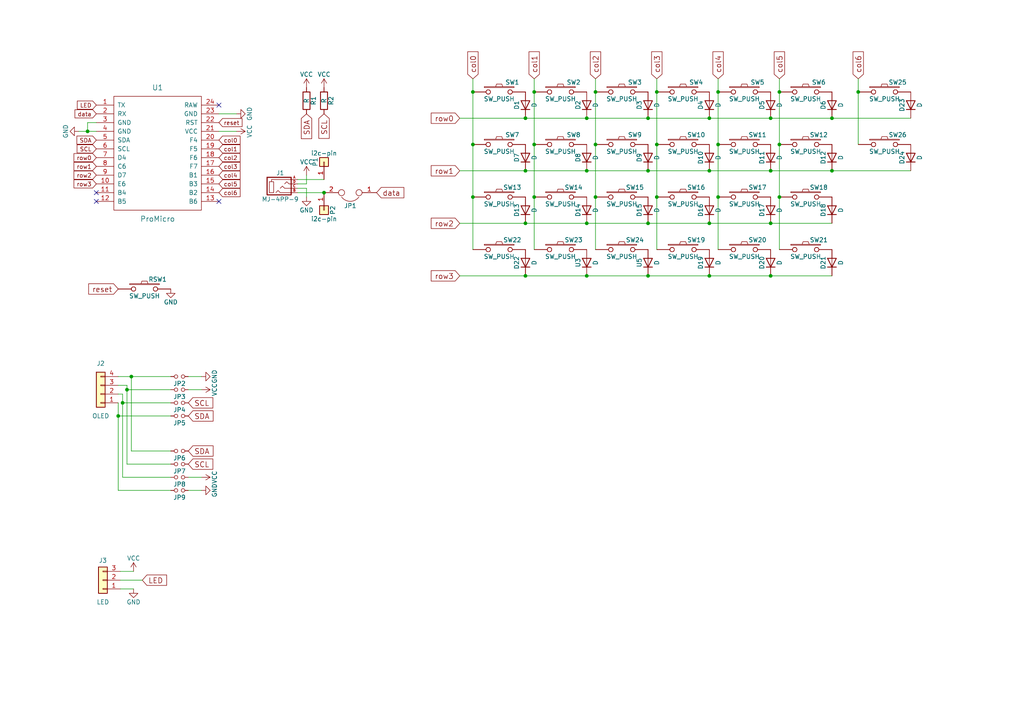
<source format=kicad_sch>
(kicad_sch (version 20211123) (generator eeschema)
  (paper "A4")
  (title_block (title "Corne Cherry") (date "2018-08-25") (rev "2.0") (company "foostan"))
  (junction (at 170.18 80.01))
  (junction (at 137.16 41.91))
  (junction (at 208.28 26.67))
  (junction (at 110.49 332.74))
  (junction (at 154.94 41.91))
  (junction (at 170.18 269.875))
  (junction (at 226.06 57.15))
  (junction (at 190.5 283.21))
  (junction (at 223.52 49.53))
  (junction (at 170.18 34.29))
  (junction (at 223.52 80.01))
  (junction (at 215.9 353.06))
  (junction (at 190.5 297.18))
  (junction (at 152.4 34.29))
  (junction (at 25.4 38.1))
  (junction (at 170.18 283.21))
  (junction (at 186.69 334.01))
  (junction (at 34.29 120.65))
  (junction (at 223.52 34.29))
  (junction (at 190.5 26.67))
  (junction (at 125.73 340.36))
  (junction (at 200.66 269.875))
  (junction (at 137.16 26.67))
  (junction (at 152.4 80.01))
  (junction (at 186.69 353.06))
  (junction (at 215.9 328.93))
  (junction (at 171.45 358.14))
  (junction (at 205.74 34.29))
  (junction (at 171.45 332.74))
  (junction (at 226.06 41.91))
  (junction (at 187.96 49.53))
  (junction (at 125.73 353.06))
  (junction (at 140.97 345.44))
  (junction (at 152.4 64.77))
  (junction (at 187.96 64.77))
  (junction (at 129.54 283.21))
  (junction (at 186.69 345.44))
  (junction (at 143.51 389.89))
  (junction (at 152.4 49.53))
  (junction (at 171.45 345.44))
  (junction (at 200.66 283.21))
  (junction (at 205.74 64.77))
  (junction (at 208.28 41.91))
  (junction (at 172.72 41.91))
  (junction (at 186.69 340.36))
  (junction (at 171.45 365.76))
  (junction (at 190.5 41.91))
  (junction (at 186.69 327.66))
  (junction (at 215.9 308.61))
  (junction (at 171.45 340.36))
  (junction (at 205.74 49.53))
  (junction (at 110.49 382.27))
  (junction (at 156.21 370.84))
  (junction (at 160.02 297.18))
  (junction (at 171.45 353.06))
  (junction (at 156.21 358.14))
  (junction (at 215.9 340.36))
  (junction (at 143.51 377.19))
  (junction (at 93.98 55.88))
  (junction (at 186.69 358.14))
  (junction (at 171.45 327.66))
  (junction (at 172.72 57.15))
  (junction (at 186.69 323.85))
  (junction (at 140.97 340.36))
  (junction (at 215.9 318.77))
  (junction (at 140.97 327.66))
  (junction (at 36.83 113.03))
  (junction (at 172.72 26.67))
  (junction (at 187.96 34.29))
  (junction (at 209.55 297.18))
  (junction (at 186.69 370.84))
  (junction (at 140.97 332.74))
  (junction (at 156.21 353.06))
  (junction (at 125.73 365.76))
  (junction (at 241.3 34.29))
  (junction (at 156.21 340.36))
  (junction (at 154.94 26.67))
  (junction (at 125.73 358.14))
  (junction (at 38.1 109.22))
  (junction (at 140.97 353.06))
  (junction (at 125.73 332.74))
  (junction (at 125.73 345.44))
  (junction (at 110.49 345.44))
  (junction (at 205.74 80.01))
  (junction (at 160.02 283.21))
  (junction (at 154.94 57.15))
  (junction (at 208.28 57.15))
  (junction (at 190.5 57.15))
  (junction (at 110.49 358.14))
  (junction (at 156.21 345.44))
  (junction (at 187.96 80.01))
  (junction (at 241.3 49.53))
  (junction (at 248.92 26.67))
  (junction (at 186.69 365.76))
  (junction (at 226.06 26.67))
  (junction (at 170.18 64.77))
  (junction (at 223.52 64.77))
  (junction (at 180.34 292.1))
  (junction (at 156.21 332.74))
  (junction (at 170.18 49.53))
  (junction (at 110.49 370.84))
  (junction (at 35.56 116.84))
  (junction (at 139.7 283.21))
  (junction (at 137.16 57.15))
  (no_connect (at 27.94 58.42))
  (no_connect (at 27.94 55.88))
  (no_connect (at 63.5 30.48))
  (no_connect (at 63.5 58.42))
  (wire (pts (xy 171.45 323.85) (xy 171.45 327.66)))
  (wire (pts (xy 180.34 292.1) (xy 180.34 287.02)))
  (wire (pts (xy 123.19 389.89) (xy 143.51 389.89)))
  (wire (pts (xy 190.5 297.18) (xy 209.55 297.18)))
  (wire (pts (xy 143.51 340.36) (xy 143.51 336.55)))
  (wire (pts (xy 215.9 303.53) (xy 215.9 308.61)))
  (wire (pts (xy 171.45 353.06) (xy 171.45 358.14)))
  (wire (pts (xy 170.18 34.29) (xy 187.96 34.29)))
  (wire (pts (xy 110.49 370.84) (xy 110.49 382.27)))
  (wire (pts (xy 223.52 64.77) (xy 241.3 64.77)))
  (wire (pts (xy 140.97 358.14) (xy 143.51 358.14)))
  (wire (pts (xy 190.5 26.67) (xy 190.5 41.91)))
  (wire (pts (xy 143.51 365.76) (xy 143.51 377.19)))
  (wire (pts (xy 248.92 26.67) (xy 248.92 41.91)))
  (wire (pts (xy 123.19 382.27) (xy 123.19 386.08)))
  (wire (pts (xy 205.74 34.29) (xy 223.52 34.29)))
  (wire (pts (xy 152.4 80.01) (xy 170.18 80.01)))
  (wire (pts (xy 223.52 49.53) (xy 241.3 49.53)))
  (wire (pts (xy 168.91 365.76) (xy 171.45 365.76)))
  (wire (pts (xy 125.73 358.14) (xy 125.73 365.76)))
  (wire (pts (xy 226.06 22.86) (xy 226.06 26.67)))
  (wire (pts (xy 34.29 142.24) (xy 49.53 142.24)))
  (wire (pts (xy 184.15 340.36) (xy 186.69 340.36)))
  (wire (pts (xy 153.67 358.14) (xy 153.67 361.95)))
  (wire (pts (xy 123.19 370.84) (xy 123.19 373.38)))
  (wire (pts (xy 137.16 41.91) (xy 137.16 57.15)))
  (wire (pts (xy 215.9 340.36) (xy 215.9 353.06)))
  (wire (pts (xy 186.69 358.14) (xy 186.69 365.76)))
  (wire (pts (xy 110.49 332.74) (xy 110.49 345.44)))
  (wire (pts (xy 173.99 365.76) (xy 173.99 361.95)))
  (wire (pts (xy 171.45 345.44) (xy 173.99 345.44)))
  (wire (pts (xy 189.23 349.25) (xy 199.39 349.25)))
  (wire (pts (xy 223.52 80.01) (xy 241.3 80.01)))
  (wire (pts (xy 123.19 377.19) (xy 143.51 377.19)))
  (wire (pts (xy 156.21 370.84) (xy 156.21 374.65)))
  (wire (pts (xy 186.69 334.01) (xy 186.69 340.36)))
  (wire (pts (xy 110.49 323.85) (xy 110.49 332.74)))
  (wire (pts (xy 168.91 361.95) (xy 168.91 358.14)))
  (wire (pts (xy 125.73 332.74) (xy 125.73 340.36)))
  (wire (pts (xy 153.67 353.06) (xy 156.21 353.06)))
  (wire (pts (xy 143.51 349.25) (xy 153.67 349.25)))
  (wire (pts (xy 54.61 142.24) (xy 58.42 142.24)))
  (wire (pts (xy 168.91 353.06) (xy 171.45 353.06)))
  (wire (pts (xy 190.5 41.91) (xy 190.5 57.15)))
  (wire (pts (xy 215.9 353.06) (xy 215.9 365.76)))
  (wire (pts (xy 199.39 318.77) (xy 215.9 318.77)))
  (wire (pts (xy 123.19 327.66) (xy 125.73 327.66)))
  (wire (pts (xy 173.99 340.36) (xy 173.99 336.55)))
  (wire (pts (xy 113.03 340.36) (xy 113.03 336.55)))
  (wire (pts (xy 184.15 353.06) (xy 186.69 353.06)))
  (wire (pts (xy 149.86 292.1) (xy 149.86 287.02)))
  (wire (pts (xy 187.96 64.77) (xy 205.74 64.77)))
  (wire (pts (xy 170.18 292.1) (xy 180.34 292.1)))
  (wire (pts (xy 160.02 278.13) (xy 160.02 283.21)))
  (wire (pts (xy 113.03 353.06) (xy 113.03 349.25)))
  (wire (pts (xy 54.61 109.22) (xy 58.42 109.22)))
  (wire (pts (xy 133.35 80.01) (xy 152.4 80.01)))
  (wire (pts (xy 125.73 353.06) (xy 125.73 358.14)))
  (wire (pts (xy 171.45 370.84) (xy 173.99 370.84)))
  (wire (pts (xy 49.53 120.65) (xy 34.29 120.65)))
  (wire (pts (xy 199.39 316.23) (xy 199.39 313.69)))
  (wire (pts (xy 140.97 345.44) (xy 140.97 353.06)))
  (wire (pts (xy 160.02 273.05) (xy 149.86 273.05)))
  (wire (pts (xy 143.51 377.19) (xy 143.51 389.89)))
  (wire (pts (xy 36.83 111.76) (xy 36.83 113.03)))
  (wire (pts (xy 189.23 313.69) (xy 186.69 313.69)))
  (wire (pts (xy 168.91 349.25) (xy 168.91 345.44)))
  (wire (pts (xy 143.51 332.74) (xy 140.97 332.74)))
  (wire (pts (xy 123.19 361.95) (xy 113.03 361.95)))
  (wire (pts (xy 123.19 353.06) (xy 125.73 353.06)))
  (wire (pts (xy 156.21 332.74) (xy 156.21 340.36)))
  (wire (pts (xy 158.75 323.85) (xy 143.51 323.85)))
  (wire (pts (xy 128.27 349.25) (xy 138.43 349.25)))
  (wire (pts (xy 139.7 292.1) (xy 149.86 292.1)))
  (wire (pts (xy 184.15 361.95) (xy 184.15 358.14)))
  (wire (pts (xy 223.52 285.75) (xy 223.52 281.94)))
  (wire (pts (xy 35.56 116.84) (xy 35.56 138.43)))
  (wire (pts (xy 133.35 64.77) (xy 152.4 64.77)))
  (wire (pts (xy 154.94 26.67) (xy 154.94 41.91)))
  (wire (pts (xy 205.74 285.75) (xy 213.36 285.75)))
  (wire (pts (xy 199.39 349.25) (xy 199.39 345.44)))
  (wire (pts (xy 158.75 327.66) (xy 158.75 323.85)))
  (wire (pts (xy 226.06 41.91) (xy 226.06 57.15)))
  (wire (pts (xy 190.5 273.05) (xy 180.975 273.05)))
  (wire (pts (xy 170.18 287.02) (xy 170.18 283.21)))
  (wire (pts (xy 215.9 318.77) (xy 215.9 328.93)))
  (wire (pts (xy 133.35 34.29) (xy 152.4 34.29)))
  (wire (pts (xy 189.23 318.77) (xy 189.23 316.23)))
  (wire (pts (xy 187.96 49.53) (xy 205.74 49.53)))
  (wire (pts (xy 199.39 328.93) (xy 215.9 328.93)))
  (wire (pts (xy 156.21 353.06) (xy 156.21 358.14)))
  (wire (pts (xy 34.29 120.65) (xy 34.29 142.24)))
  (wire (pts (xy 153.67 327.66) (xy 156.21 327.66)))
  (wire (pts (xy 143.51 353.06) (xy 143.51 349.25)))
  (wire (pts (xy 190.5 283.21) (xy 200.66 283.21)))
  (wire (pts (xy 63.5 38.1) (xy 68.58 38.1)))
  (wire (pts (xy 153.67 340.36) (xy 156.21 340.36)))
  (wire (pts (xy 125.73 340.36) (xy 125.73 345.44)))
  (wire (pts (xy 152.4 64.77) (xy 170.18 64.77)))
  (wire (pts (xy 205.74 49.53) (xy 223.52 49.53)))
  (wire (pts (xy 110.49 382.27) (xy 110.49 394.97)))
  (wire (pts (xy 205.74 80.01) (xy 223.52 80.01)))
  (wire (pts (xy 241.3 34.29) (xy 264.16 34.29)))
  (wire (pts (xy 170.18 273.05) (xy 170.18 269.875)))
  (wire (pts (xy 208.28 22.86) (xy 208.28 26.67)))
  (wire (pts (xy 149.86 278.13) (xy 139.7 278.13)))
  (wire (pts (xy 160.02 283.21) (xy 170.18 283.21)))
  (wire (pts (xy 215.9 308.61) (xy 215.9 318.77)))
  (wire (pts (xy 128.27 323.85) (xy 113.03 323.85)))
  (wire (pts (xy 154.94 41.91) (xy 154.94 57.15)))
  (wire (pts (xy 168.91 336.55) (xy 168.91 332.74)))
  (wire (pts (xy 158.75 358.14) (xy 156.21 358.14)))
  (wire (pts (xy 158.75 370.84) (xy 156.21 370.84)))
  (wire (pts (xy 184.15 374.65) (xy 168.91 374.65)))
  (wire (pts (xy 34.29 111.76) (xy 36.83 111.76)))
  (wire (pts (xy 171.45 358.14) (xy 171.45 365.76)))
  (wire (pts (xy 226.06 57.15) (xy 226.06 72.39)))
  (wire (pts (xy 140.97 332.74) (xy 140.97 340.36)))
  (wire (pts (xy 226.06 26.67) (xy 226.06 41.91)))
  (wire (pts (xy 34.29 116.84) (xy 34.29 120.65)))
  (wire (pts (xy 158.75 336.55) (xy 168.91 336.55)))
  (wire (pts (xy 123.19 386.08) (xy 113.03 386.08)))
  (wire (pts (xy 128.27 336.55) (xy 138.43 336.55)))
  (wire (pts (xy 38.1 109.22) (xy 49.53 109.22)))
  (wire (pts (xy 170.18 80.01) (xy 187.96 80.01)))
  (wire (pts (xy 199.39 353.06) (xy 215.9 353.06)))
  (wire (pts (xy 158.75 340.36) (xy 158.75 336.55)))
  (wire (pts (xy 171.45 327.66) (xy 171.45 332.74)))
  (wire (pts (xy 22.86 38.1) (xy 25.4 38.1)))
  (wire (pts (xy 143.51 336.55) (xy 153.67 336.55)))
  (wire (pts (xy 173.99 308.61) (xy 173.99 327.66)))
  (wire (pts (xy 123.19 358.14) (xy 123.19 361.95)))
  (wire (pts (xy 189.23 370.84) (xy 186.69 370.84)))
  (wire (pts (xy 168.91 327.66) (xy 171.45 327.66)))
  (wire (pts (xy 125.73 345.44) (xy 125.73 353.06)))
  (wire (pts (xy 125.73 365.76) (xy 143.51 365.76)))
  (wire (pts (xy 139.7 269.875) (xy 170.18 269.875)))
  (wire (pts (xy 86.36 55.88) (xy 93.98 55.88)))
  (wire (pts (xy 180.34 287.02) (xy 190.5 287.02)))
  (wire (pts (xy 205.74 292.1) (xy 205.74 285.75)))
  (wire (pts (xy 213.36 290.83) (xy 209.55 290.83)))
  (wire (pts (xy 63.5 33.02) (xy 68.58 33.02)))
  (wire (pts (xy 171.45 345.44) (xy 171.45 353.06)))
  (wire (pts (xy 170.18 269.875) (xy 200.66 269.875)))
  (wire (pts (xy 189.23 345.44) (xy 186.69 345.44)))
  (wire (pts (xy 223.52 34.29) (xy 241.3 34.29)))
  (wire (pts (xy 168.91 374.65) (xy 168.91 370.84)))
  (wire (pts (xy 186.69 370.84) (xy 186.69 374.65)))
  (wire (pts (xy 113.03 345.44) (xy 110.49 345.44)))
  (wire (pts (xy 152.4 49.53) (xy 170.18 49.53)))
  (wire (pts (xy 113.03 386.08) (xy 113.03 389.89)))
  (wire (pts (xy 186.69 345.44) (xy 186.69 353.06)))
  (wire (pts (xy 160.02 292.1) (xy 160.02 297.18)))
  (wire (pts (xy 190.5 292.1) (xy 190.5 297.18)))
  (wire (pts (xy 121.285 283.21) (xy 129.54 283.21)))
  (wire (pts (xy 34.925 165.735) (xy 38.735 165.735)))
  (wire (pts (xy 184.15 336.55) (xy 184.15 332.74)))
  (wire (pts (xy 113.03 332.74) (xy 110.49 332.74)))
  (wire (pts (xy 189.23 340.36) (xy 189.23 336.55)))
  (wire (pts (xy 189.23 308.61) (xy 173.99 308.61)))
  (wire (pts (xy 186.69 313.69) (xy 186.69 323.85)))
  (wire (pts (xy 187.96 34.29) (xy 205.74 34.29)))
  (wire (pts (xy 200.66 283.21) (xy 200.66 287.02)))
  (wire (pts (xy 180.34 292.1) (xy 181.61 292.1)))
  (wire (pts (xy 113.03 349.25) (xy 123.19 349.25)))
  (wire (pts (xy 200.66 292.1) (xy 205.74 292.1)))
  (wire (pts (xy 186.69 365.76) (xy 186.69 370.84)))
  (wire (pts (xy 113.03 323.85) (xy 113.03 327.66)))
  (wire (pts (xy 171.45 340.36) (xy 171.45 345.44)))
  (wire (pts (xy 123.19 373.38) (xy 113.03 373.38)))
  (wire (pts (xy 199.39 336.55) (xy 199.39 334.01)))
  (wire (pts (xy 241.3 49.53) (xy 264.16 49.53)))
  (wire (pts (xy 34.925 170.815) (xy 38.735 170.815)))
  (wire (pts (xy 199.39 370.84) (xy 223.52 370.84)))
  (wire (pts (xy 138.43 340.36) (xy 140.97 340.36)))
  (wire (pts (xy 110.49 358.14) (xy 110.49 370.84)))
  (wire (pts (xy 171.45 332.74) (xy 171.45 340.36)))
  (wire (pts (xy 152.4 34.29) (xy 170.18 34.29)))
  (wire (pts (xy 86.36 52.07) (xy 93.98 52.07)))
  (wire (pts (xy 125.73 327.66) (xy 125.73 332.74)))
  (wire (pts (xy 189.23 316.23) (xy 199.39 316.23)))
  (wire (pts (xy 113.03 373.38) (xy 113.03 377.19)))
  (wire (pts (xy 38.1 109.22) (xy 38.1 130.81)))
  (wire (pts (xy 189.23 336.55) (xy 199.39 336.55)))
  (wire (pts (xy 200.66 273.05) (xy 200.66 269.875)))
  (wire (pts (xy 154.94 57.15) (xy 154.94 72.39)))
  (wire (pts (xy 158.75 345.44) (xy 156.21 345.44)))
  (wire (pts (xy 208.28 41.91) (xy 208.28 57.15)))
  (wire (pts (xy 138.43 361.95) (xy 138.43 358.14)))
  (wire (pts (xy 199.39 365.76) (xy 215.9 365.76)))
  (wire (pts (xy 113.03 336.55) (xy 123.19 336.55)))
  (wire (pts (xy 171.45 358.14) (xy 173.99 358.14)))
  (wire (pts (xy 209.55 290.83) (xy 209.55 297.18)))
  (wire (pts (xy 128.27 358.14) (xy 125.73 358.14)))
  (wire (pts (xy 199.39 308.61) (xy 215.9 308.61)))
  (wire (pts (xy 123.19 365.76) (xy 125.73 365.76)))
  (wire (pts (xy 123.19 336.55) (xy 123.19 332.74)))
  (wire (pts (xy 186.69 334.01) (xy 189.23 334.01)))
  (wire (pts (xy 156.21 340.36) (xy 156.21 345.44)))
  (wire (pts (xy 123.19 349.25) (xy 123.19 345.44)))
  (wire (pts (xy 123.19 340.36) (xy 125.73 340.36)))
  (wire (pts (xy 156.21 345.44) (xy 156.21 353.06)))
  (wire (pts (xy 172.72 22.86) (xy 172.72 26.67)))
  (wire (pts (xy 173.99 349.25) (xy 184.15 349.25)))
  (wire (pts (xy 149.86 273.05) (xy 149.86 278.13)))
  (wire (pts (xy 138.43 353.06) (xy 140.97 353.06)))
  (wire (pts (xy 170.18 49.53) (xy 187.96 49.53)))
  (wire (pts (xy 189.23 328.93) (xy 189.23 326.39)))
  (wire (pts (xy 128.27 327.66) (xy 128.27 323.85)))
  (wire (pts (xy 140.97 327.66) (xy 140.97 332.74)))
  (wire (pts (xy 190.5 278.13) (xy 190.5 283.21)))
  (wire (pts (xy 173.99 353.06) (xy 173.99 349.25)))
  (wire (pts (xy 139.7 273.05) (xy 139.7 269.875)))
  (wire (pts (xy 113.03 361.95) (xy 113.03 365.76)))
  (wire (pts (xy 153.67 361.95) (xy 138.43 361.95)))
  (wire (pts (xy 170.18 283.21) (xy 190.5 283.21)))
  (wire (pts (xy 160.02 297.18) (xy 190.5 297.18)))
  (wire (pts (xy 110.49 345.44) (xy 110.49 358.14)))
  (wire (pts (xy 156.21 358.14) (xy 156.21 370.84)))
  (wire (pts (xy 149.86 287.02) (xy 160.02 287.02)))
  (wire (pts (xy 140.97 323.85) (xy 140.97 327.66)))
  (wire (pts (xy 126.365 287.655) (xy 129.54 287.02)))
  (wire (pts (xy 189.23 326.39) (xy 199.39 326.39)))
  (wire (pts (xy 187.96 80.01) (xy 205.74 80.01)))
  (wire (pts (xy 156.21 327.66) (xy 156.21 332.74)))
  (wire (pts (xy 129.54 273.05) (xy 126.365 273.05)))
  (wire (pts (xy 180.975 278.13) (xy 170.18 278.13)))
  (wire (pts (xy 172.72 41.91) (xy 172.72 57.15)))
  (wire (pts (xy 34.925 168.275) (xy 41.275 168.275)))
  (wire (pts (xy 223.52 281.94) (xy 200.66 281.94)))
  (wire (pts (xy 158.75 332.74) (xy 156.21 332.74)))
  (wire (pts (xy 180.975 273.05) (xy 180.975 278.13)))
  (wire (pts (xy 128.27 345.44) (xy 125.73 345.44)))
  (wire (pts (xy 172.72 57.15) (xy 172.72 72.39)))
  (wire (pts (xy 171.45 365.76) (xy 171.45 370.84)))
  (wire (pts (xy 205.74 64.77) (xy 223.52 64.77)))
  (wire (pts (xy 27.94 35.56) (xy 25.4 35.56)))
  (wire (pts (xy 35.56 114.3) (xy 35.56 116.84)))
  (wire (pts (xy 184.15 327.66) (xy 186.69 327.66)))
  (wire (pts (xy 143.51 389.89) (xy 143.51 392.43)))
  (wire (pts (xy 126.365 273.05) (xy 126.365 287.655)))
  (wire (pts (xy 184.15 370.84) (xy 184.15 374.65)))
  (wire (pts (xy 186.69 323.85) (xy 186.69 327.66)))
  (wire (pts (xy 25.4 38.1) (xy 27.94 38.1)))
  (wire (pts (xy 208.28 26.67) (xy 208.28 41.91)))
  (wire (pts (xy 190.5 57.15) (xy 190.5 72.39)))
  (wire (pts (xy 170.18 64.77) (xy 187.96 64.77)))
  (wire (pts (xy 128.27 340.36) (xy 128.27 336.55)))
  (wire (pts (xy 154.94 22.86) (xy 154.94 26.67)))
  (wire (pts (xy 186.69 353.06) (xy 186.69 358.14)))
  (wire (pts (xy 138.43 336.55) (xy 138.43 332.74)))
  (wire (pts (xy 54.61 113.03) (xy 58.42 113.03)))
  (wire (pts (xy 36.83 134.62) (xy 49.53 134.62)))
  (wire (pts (xy 129.54 283.21) (xy 139.7 283.21)))
  (wire (pts (xy 168.91 340.36) (xy 171.45 340.36)))
  (wire (pts (xy 129.54 292.1) (xy 129.54 297.18)))
  (wire (pts (xy 186.69 323.85) (xy 189.23 323.85)))
  (wire (pts (xy 184.15 349.25) (xy 184.15 345.44)))
  (wire (pts (xy 200.66 281.94) (xy 200.66 283.21)))
  (wire (pts (xy 186.69 340.36) (xy 186.69 345.44)))
  (wire (pts (xy 133.35 49.53) (xy 152.4 49.53)))
  (wire (pts (xy 158.75 353.06) (xy 158.75 349.25)))
  (wire (pts (xy 110.49 394.97) (xy 113.03 394.97)))
  (wire (pts (xy 34.29 109.22) (xy 38.1 109.22)))
  (wire (pts (xy 200.66 269.875) (xy 210.82 269.875)))
  (wire (pts (xy 36.83 113.03) (xy 36.83 134.62)))
  (wire (pts (xy 129.54 297.18) (xy 160.02 297.18)))
  (wire (pts (xy 25.4 35.56) (xy 25.4 38.1)))
  (wire (pts (xy 88.9 53.34) (xy 88.9 50.8)))
  (wire (pts (xy 189.23 361.95) (xy 199.39 361.95)))
  (wire (pts (xy 208.28 57.15) (xy 208.28 72.39)))
  (wire (pts (xy 184.15 365.76) (xy 186.69 365.76)))
  (wire (pts (xy 129.54 278.13) (xy 129.54 283.21)))
  (wire (pts (xy 110.49 358.14) (xy 113.03 358.14)))
  (wire (pts (xy 128.27 332.74) (xy 125.73 332.74)))
  (wire (pts (xy 86.36 53.34) (xy 88.9 53.34)))
  (wire (pts (xy 199.39 361.95) (xy 199.39 358.14)))
  (wire (pts (xy 172.72 26.67) (xy 172.72 41.91)))
  (wire (pts (xy 143.51 323.85) (xy 143.51 327.66)))
  (wire (pts (xy 49.53 116.84) (xy 35.56 116.84)))
  (wire (pts (xy 138.43 327.66) (xy 140.97 327.66)))
  (wire (pts (xy 35.56 138.43) (xy 49.53 138.43)))
  (wire (pts (xy 143.51 345.44) (xy 140.97 345.44)))
  (wire (pts (xy 140.97 340.36) (xy 140.97 345.44)))
  (wire (pts (xy 173.99 361.95) (xy 184.15 361.95)))
  (wire (pts (xy 248.92 22.86) (xy 248.92 26.67)))
  (wire (pts (xy 158.75 365.76) (xy 158.75 361.95)))
  (wire (pts (xy 190.5 22.86) (xy 190.5 26.67)))
  (wire (pts (xy 49.53 113.03) (xy 36.83 113.03)))
  (wire (pts (xy 110.49 382.27) (xy 113.03 382.27)))
  (wire (pts (xy 209.55 297.18) (xy 212.09 297.18)))
  (wire (pts (xy 86.36 54.61) (xy 88.9 54.61)))
  (wire (pts (xy 54.61 138.43) (xy 58.42 138.43)))
  (wire (pts (xy 189.23 358.14) (xy 186.69 358.14)))
  (wire (pts (xy 139.7 287.02) (xy 139.7 283.21)))
  (wire (pts (xy 138.43 349.25) (xy 138.43 345.44)))
  (wire (pts (xy 137.16 57.15) (xy 137.16 72.39)))
  (wire (pts (xy 128.27 353.06) (xy 128.27 349.25)))
  (wire (pts (xy 110.49 370.84) (xy 113.03 370.84)))
  (wire (pts (xy 153.67 349.25) (xy 153.67 345.44)))
  (wire (pts (xy 139.7 283.21) (xy 160.02 283.21)))
  (wire (pts (xy 171.45 332.74) (xy 173.99 332.74)))
  (wire (pts (xy 199.39 326.39) (xy 199.39 323.85)))
  (wire (pts (xy 137.16 22.86) (xy 137.16 26.67)))
  (wire (pts (xy 137.16 26.67) (xy 137.16 41.91)))
  (wire (pts (xy 189.23 353.06) (xy 189.23 349.25)))
  (wire (pts (xy 153.67 336.55) (xy 153.67 332.74)))
  (wire (pts (xy 215.9 328.93) (xy 215.9 340.36)))
  (wire (pts (xy 199.39 340.36) (xy 215.9 340.36)))
  (wire (pts (xy 140.97 353.06) (xy 140.97 358.14)))
  (wire (pts (xy 173.99 336.55) (xy 184.15 336.55)))
  (wire (pts (xy 34.29 114.3) (xy 35.56 114.3)))
  (wire (pts (xy 38.1 130.81) (xy 49.53 130.81)))
  (wire (pts (xy 88.9 54.61) (xy 88.9 57.15)))
  (wire (pts (xy 223.52 290.83) (xy 223.52 370.84)))
  (wire (pts (xy 158.75 349.25) (xy 168.91 349.25)))
  (wire (pts (xy 186.69 327.66) (xy 186.69 334.01)))
  (wire (pts (xy 189.23 365.76) (xy 189.23 361.95)))
  (wire (pts (xy 158.75 361.95) (xy 168.91 361.95)))
  (global_label "reset" (shape input) (at 63.5 35.56 0) (effects (font (size 1.1938 1.1938))) (property "Intersheet References" "${INTERSHEET_REFS}" (effects hide)))
  (global_label "row0" (shape input) (at 27.94 45.72 180) (effects (font (size 1.1938 1.1938))) (property "Intersheet References" "${INTERSHEET_REFS}" (effects hide)))
  (global_label "col5" (shape input) (at 226.06 22.86 90) (effects (font (size 1.524 1.524))) (property "Intersheet References" "${INTERSHEET_REFS}" (effects hide)))
  (global_label "LED" (shape input) (at 27.94 30.48 180) (effects (font (size 1.1938 1.1938))) (property "Intersheet References" "${INTERSHEET_REFS}" (effects hide)))
  (global_label "row1" (shape input) (at 27.94 48.26 180) (effects (font (size 1.1938 1.1938))) (property "Intersheet References" "${INTERSHEET_REFS}" (effects hide)))
  (global_label "row2" (shape input) (at 133.35 64.77 180) (effects (font (size 1.524 1.524))) (property "Intersheet References" "${INTERSHEET_REFS}" (effects hide)))
  (global_label "SDA" (shape input) (at 54.61 130.81 0) (effects (font (size 1.524 1.524))) (property "Intersheet References" "${INTERSHEET_REFS}" (effects hide)))
  (global_label "SDA" (shape input) (at 54.61 120.65 0) (effects (font (size 1.524 1.524))) (property "Intersheet References" "${INTERSHEET_REFS}" (effects hide)))
  (global_label "SDA" (shape input) (at 27.94 40.64 180) (effects (font (size 1.1938 1.1938))) (property "Intersheet References" "${INTERSHEET_REFS}" (effects hide)))
  (global_label "SCL" (shape input) (at 54.61 116.84 0) (effects (font (size 1.524 1.524))) (property "Intersheet References" "${INTERSHEET_REFS}" (effects hide)))
  (global_label "col1" (shape input) (at 154.94 22.86 90) (effects (font (size 1.524 1.524))) (property "Intersheet References" "${INTERSHEET_REFS}" (effects hide)))
  (global_label "col6" (shape input) (at 248.92 22.86 90) (effects (font (size 1.524 1.524))) (property "Intersheet References" "${INTERSHEET_REFS}" (effects hide)))
  (global_label "reset" (shape input) (at 34.29 83.82 180) (effects (font (size 1.524 1.524))) (property "Intersheet References" "${INTERSHEET_REFS}" (effects hide)))
  (global_label "col3" (shape input) (at 63.5 48.26 0) (effects (font (size 1.1938 1.1938))) (property "Intersheet References" "${INTERSHEET_REFS}" (effects hide)))
  (global_label "col0" (shape input) (at 63.5 40.64 0) (effects (font (size 1.1938 1.1938))) (property "Intersheet References" "${INTERSHEET_REFS}" (effects hide)))
  (global_label "col3" (shape input) (at 190.5 22.86 90) (effects (font (size 1.524 1.524))) (property "Intersheet References" "${INTERSHEET_REFS}" (effects hide)))
  (global_label "col4" (shape input) (at 63.5 50.8 0) (effects (font (size 1.1938 1.1938))) (property "Intersheet References" "${INTERSHEET_REFS}" (effects hide)))
  (global_label "row1" (shape input) (at 133.35 49.53 180) (effects (font (size 1.524 1.524))) (property "Intersheet References" "${INTERSHEET_REFS}" (effects hide)))
  (global_label "DIN27" (shape input) (at 200.66 292.1 0) (property "Intersheet References" "${INTERSHEET_REFS}" (effects hide)))
  (global_label "col4" (shape input) (at 208.28 22.86 90) (effects (font (size 1.524 1.524))) (property "Intersheet References" "${INTERSHEET_REFS}" (effects hide)))
  (global_label "row0" (shape input) (at 133.35 34.29 180) (effects (font (size 1.524 1.524))) (property "Intersheet References" "${INTERSHEET_REFS}" (effects hide)))
  (global_label "col6" (shape input) (at 63.5 55.88 0) (effects (font (size 1.1938 1.1938))) (property "Intersheet References" "${INTERSHEET_REFS}" (effects hide)))
  (global_label "col1" (shape input) (at 63.5 43.18 0) (effects (font (size 1.1938 1.1938))) (property "Intersheet References" "${INTERSHEET_REFS}" (effects hide)))
  (global_label "data" (shape input) (at 27.94 33.02 180) (effects (font (size 1.1938 1.1938))) (property "Intersheet References" "${INTERSHEET_REFS}" (effects hide)))
  (global_label "col5" (shape input) (at 63.5 53.34 0) (effects (font (size 1.1938 1.1938))) (property "Intersheet References" "${INTERSHEET_REFS}" (effects hide)))
  (global_label "row3" (shape input) (at 27.94 53.34 180) (effects (font (size 1.1938 1.1938))) (property "Intersheet References" "${INTERSHEET_REFS}" (effects hide)))
  (global_label "col0" (shape input) (at 137.16 22.86 90) (effects (font (size 1.524 1.524))) (property "Intersheet References" "${INTERSHEET_REFS}" (effects hide)))
  (global_label "row3" (shape input) (at 133.35 80.01 180) (effects (font (size 1.524 1.524))) (property "Intersheet References" "${INTERSHEET_REFS}" (effects hide)))
  (global_label "LED" (shape input) (at 200.66 278.13 0) (effects (font (size 1.524 1.524))) (property "Intersheet References" "${INTERSHEET_REFS}" (effects hide)))
  (global_label "DIN21" (shape input) (at 199.39 361.95 0) (property "Intersheet References" "${INTERSHEET_REFS}" (effects hide)))
  (global_label "DIN26" (shape input) (at 181.61 292.1 0) (property "Intersheet References" "${INTERSHEET_REFS}" (effects hide)))
  (global_label "LED" (shape input) (at 41.275 168.275 0) (effects (font (size 1.524 1.524))) (property "Intersheet References" "${INTERSHEET_REFS}" (effects hide)))
  (global_label "SCL" (shape input) (at 27.94 43.18 180) (effects (font (size 1.1938 1.1938))) (property "Intersheet References" "${INTERSHEET_REFS}" (effects hide)))
  (global_label "SDA" (shape input) (at 88.9 33.02 270) (effects (font (size 1.524 1.524))) (property "Intersheet References" "${INTERSHEET_REFS}" (effects hide)))
  (global_label "row2" (shape input) (at 27.94 50.8 180) (effects (font (size 1.1938 1.1938))) (property "Intersheet References" "${INTERSHEET_REFS}" (effects hide)))
  (global_label "SCL" (shape input) (at 93.98 33.02 270) (effects (font (size 1.524 1.524))) (property "Intersheet References" "${INTERSHEET_REFS}" (effects hide)))
  (global_label "data" (shape input) (at 109.22 55.88 0) (effects (font (size 1.524 1.524))) (property "Intersheet References" "${INTERSHEET_REFS}" (effects hide)))
  (global_label "col2" (shape input) (at 172.72 22.86 90) (effects (font (size 1.524 1.524))) (property "Intersheet References" "${INTERSHEET_REFS}" (effects hide)))
  (global_label "col2" (shape input) (at 63.5 45.72 0) (effects (font (size 1.1938 1.1938))) (property "Intersheet References" "${INTERSHEET_REFS}" (effects hide)))
  (global_label "SCL" (shape input) (at 54.61 134.62 0) (effects (font (size 1.524 1.524))) (property "Intersheet References" "${INTERSHEET_REFS}" (effects hide)))
  (global_label "DIN33" (shape input) (at 223.52 299.72 0) (property "Intersheet References" "${INTERSHEET_REFS}" (effects hide)))
  (symbol (lib_id "corne-cherry-rescue:ProMicro-kbd-corne-cherry-rescue") (at 45.72 49.53 0) (unit 1)
    (property "Reference" "U1" (at 45.72 25.4 0) (effects (font (size 1.524 1.524))))
    (property "Value" "ProMicro" (at 45.72 63.5 0) (effects (font (size 1.524 1.524))))
    (property "Footprint" "kbd:ProMicro_v2" (effects hide))
  )
  (symbol (lib_id "corne-cherry-rescue:SW_PUSH-kbd-corne-cherry-rescue") (at 162.56 26.67 0) (unit 1)
    (property "Reference" "SW2" (at 166.37 23.876 0))
    (property "Value" "SW_PUSH" (at 162.56 28.702 0))
    (property "Footprint" "EKR82-footprint:MX_Socket_18mm" (effects hide))
  )
  (symbol (lib_id "Device:D") (at 170.18 30.48 90) (unit 1)
    (property "Reference" "D2" (at 167.64 30.48 0))
    (property "Value" "D" (at 172.72 30.48 0))
    (property "Footprint" "EKR82-footprint:Diode_TH_SOD123EKR" (effects hide))
  )
  (symbol (lib_id "corne-cherry-rescue:SW_PUSH-kbd-corne-cherry-rescue") (at 180.34 26.67 0) (unit 1)
    (property "Reference" "SW3" (at 184.15 23.876 0))
    (property "Value" "SW_PUSH" (at 180.34 28.702 0))
    (property "Footprint" "EKR82-footprint:MX_Socket_18mm" (effects hide))
  )
  (symbol (lib_id "Device:D") (at 187.96 30.48 90) (unit 1)
    (property "Reference" "D3" (at 185.42 30.48 0))
    (property "Value" "D" (at 190.5 30.48 0))
    (property "Footprint" "EKR82-footprint:Diode_TH_SOD123EKR" (effects hide))
  )
  (symbol (lib_id "corne-cherry-rescue:SW_PUSH-kbd-corne-cherry-rescue") (at 198.12 26.67 0) (unit 1)
    (property "Reference" "SW4" (at 201.93 23.876 0))
    (property "Value" "SW_PUSH" (at 198.12 28.702 0))
    (property "Footprint" "EKR82-footprint:MX_Socket_18mm" (effects hide))
  )
  (symbol (lib_id "corne-cherry-rescue:SW_PUSH-kbd-corne-cherry-rescue") (at 215.9 26.67 0) (unit 1)
    (property "Reference" "SW5" (at 219.71 23.876 0))
    (property "Value" "SW_PUSH" (at 215.9 28.702 0))
    (property "Footprint" "EKR82-footprint:MX_Socket_18mm" (effects hide))
  )
  (symbol (lib_id "corne-cherry-rescue:SW_PUSH-kbd-corne-cherry-rescue") (at 233.68 26.67 0) (unit 1)
    (property "Reference" "SW6" (at 237.49 23.876 0))
    (property "Value" "SW_PUSH" (at 233.68 28.702 0))
    (property "Footprint" "EKR82-footprint:MX_Socket_18mm" (effects hide))
  )
  (symbol (lib_id "Device:D") (at 205.74 30.48 90) (unit 1)
    (property "Reference" "D4" (at 203.2 30.48 0))
    (property "Value" "D" (at 208.28 30.48 0))
    (property "Footprint" "EKR82-footprint:Diode_TH_SOD123EKR" (effects hide))
  )
  (symbol (lib_id "Device:D") (at 223.52 30.48 90) (unit 1)
    (property "Reference" "D5" (at 220.98 30.48 0))
    (property "Value" "D" (at 226.06 30.48 0))
    (property "Footprint" "EKR82-footprint:Diode_TH_SOD123EKR" (effects hide))
  )
  (symbol (lib_id "Device:D") (at 241.3 30.48 90) (unit 1)
    (property "Reference" "D6" (at 238.76 30.48 0))
    (property "Value" "D" (at 243.84 30.48 0))
    (property "Footprint" "EKR82-footprint:Diode_TH_SOD123EKR" (effects hide))
  )
  (symbol (lib_id "corne-cherry-rescue:SW_PUSH-kbd-corne-cherry-rescue") (at 144.78 26.67 0) (unit 1)
    (property "Reference" "SW1" (at 148.59 23.876 0))
    (property "Value" "SW_PUSH" (at 144.78 28.702 0))
    (property "Footprint" "EKR82-footprint:MX_Socket_18mm" (effects hide))
  )
  (symbol (lib_id "Device:D") (at 152.4 30.48 90) (unit 1)
    (property "Reference" "D1" (at 149.86 30.48 0))
    (property "Value" "D" (at 154.94 30.48 0))
    (property "Footprint" "EKR82-footprint:Diode_TH_SOD123EKR" (effects hide))
  )
  (symbol (lib_id "corne-cherry-rescue:SW_PUSH-kbd-corne-cherry-rescue") (at 162.56 41.91 0) (unit 1)
    (property "Reference" "SW8" (at 166.37 39.116 0))
    (property "Value" "SW_PUSH" (at 162.56 43.942 0))
    (property "Footprint" "EKR82-footprint:MX_Socket_18mm" (effects hide))
  )
  (symbol (lib_id "Device:D") (at 170.18 45.72 90) (unit 1)
    (property "Reference" "D8" (at 167.64 45.72 0))
    (property "Value" "D" (at 172.72 45.72 0))
    (property "Footprint" "EKR82-footprint:Diode_TH_SOD123EKR" (effects hide))
  )
  (symbol (lib_id "corne-cherry-rescue:SW_PUSH-kbd-corne-cherry-rescue") (at 180.34 41.91 0) (unit 1)
    (property "Reference" "SW9" (at 184.15 39.116 0))
    (property "Value" "SW_PUSH" (at 180.34 43.942 0))
    (property "Footprint" "EKR82-footprint:MX_Socket_18mm" (effects hide))
  )
  (symbol (lib_id "Device:D") (at 187.96 45.72 90) (unit 1)
    (property "Reference" "D9" (at 185.42 45.72 0))
    (property "Value" "D" (at 190.5 45.72 0))
    (property "Footprint" "EKR82-footprint:Diode_TH_SOD123EKR" (effects hide))
  )
  (symbol (lib_id "corne-cherry-rescue:SW_PUSH-kbd-corne-cherry-rescue") (at 198.12 41.91 0) (unit 1)
    (property "Reference" "SW10" (at 201.93 39.116 0))
    (property "Value" "SW_PUSH" (at 198.12 43.942 0))
    (property "Footprint" "EKR82-footprint:MX_Socket_18mm" (effects hide))
  )
  (symbol (lib_id "corne-cherry-rescue:SW_PUSH-kbd-corne-cherry-rescue") (at 215.9 41.91 0) (unit 1)
    (property "Reference" "SW11" (at 219.71 39.116 0))
    (property "Value" "SW_PUSH" (at 215.9 43.942 0))
    (property "Footprint" "EKR82-footprint:MX_Socket_18mm" (effects hide))
  )
  (symbol (lib_id "corne-cherry-rescue:SW_PUSH-kbd-corne-cherry-rescue") (at 233.68 41.91 0) (unit 1)
    (property "Reference" "SW12" (at 237.49 39.116 0))
    (property "Value" "SW_PUSH" (at 233.68 43.942 0))
    (property "Footprint" "EKR82-footprint:MX_Socket_18mm" (effects hide))
  )
  (symbol (lib_id "Device:D") (at 205.74 45.72 90) (unit 1)
    (property "Reference" "D10" (at 203.2 45.72 0))
    (property "Value" "D" (at 208.28 45.72 0))
    (property "Footprint" "EKR82-footprint:Diode_TH_SOD123EKR" (effects hide))
  )
  (symbol (lib_id "Device:D") (at 223.52 45.72 90) (unit 1)
    (property "Reference" "D11" (at 220.98 45.72 0))
    (property "Value" "D" (at 226.06 45.72 0))
    (property "Footprint" "EKR82-footprint:Diode_TH_SOD123EKR" (effects hide))
  )
  (symbol (lib_id "Device:D") (at 241.3 45.72 90) (unit 1)
    (property "Reference" "D12" (at 238.76 45.72 0))
    (property "Value" "D" (at 243.84 45.72 0))
    (property "Footprint" "EKR82-footprint:Diode_TH_SOD123EKR" (effects hide))
  )
  (symbol (lib_id "corne-cherry-rescue:SW_PUSH-kbd-corne-cherry-rescue") (at 144.78 41.91 0) (unit 1)
    (property "Reference" "SW7" (at 148.59 39.116 0))
    (property "Value" "SW_PUSH" (at 144.78 43.942 0))
    (property "Footprint" "EKR82-footprint:MX_Socket_18mm" (effects hide))
  )
  (symbol (lib_id "Device:D") (at 152.4 45.72 90) (unit 1)
    (property "Reference" "D7" (at 149.86 45.72 0))
    (property "Value" "D" (at 154.94 45.72 0))
    (property "Footprint" "EKR82-footprint:Diode_TH_SOD123EKR" (effects hide))
  )
  (symbol (lib_id "corne-cherry-rescue:SW_PUSH-kbd-corne-cherry-rescue") (at 162.56 57.15 0) (unit 1)
    (property "Reference" "SW14" (at 166.37 54.356 0))
    (property "Value" "SW_PUSH" (at 162.56 59.182 0))
    (property "Footprint" "EKR82-footprint:MX_Socket_18mm" (effects hide))
  )
  (symbol (lib_id "Device:D") (at 170.18 60.96 90) (unit 1)
    (property "Reference" "D14" (at 167.64 60.96 0))
    (property "Value" "D" (at 172.72 60.96 0))
    (property "Footprint" "EKR82-footprint:Diode_TH_SOD123EKR" (effects hide))
  )
  (symbol (lib_id "corne-cherry-rescue:SW_PUSH-kbd-corne-cherry-rescue") (at 180.34 57.15 0) (unit 1)
    (property "Reference" "SW15" (at 184.15 54.356 0))
    (property "Value" "SW_PUSH" (at 180.34 59.182 0))
    (property "Footprint" "EKR82-footprint:MX_Socket_18mm" (effects hide))
  )
  (symbol (lib_id "Device:D") (at 187.96 60.96 90) (unit 1)
    (property "Reference" "D15" (at 185.42 60.96 0))
    (property "Value" "D" (at 190.5 60.96 0))
    (property "Footprint" "EKR82-footprint:Diode_TH_SOD123EKR" (effects hide))
  )
  (symbol (lib_id "corne-cherry-rescue:SW_PUSH-kbd-corne-cherry-rescue") (at 198.12 57.15 0) (unit 1)
    (property "Reference" "SW16" (at 201.93 54.356 0))
    (property "Value" "SW_PUSH" (at 198.12 59.182 0))
    (property "Footprint" "EKR82-footprint:MX_Socket_18mm" (effects hide))
  )
  (symbol (lib_id "corne-cherry-rescue:SW_PUSH-kbd-corne-cherry-rescue") (at 215.9 57.15 0) (unit 1)
    (property "Reference" "SW17" (at 219.71 54.356 0))
    (property "Value" "SW_PUSH" (at 215.9 59.182 0))
    (property "Footprint" "EKR82-footprint:MX_Socket_18mm" (effects hide))
  )
  (symbol (lib_id "corne-cherry-rescue:SW_PUSH-kbd-corne-cherry-rescue") (at 233.68 57.15 0) (unit 1)
    (property "Reference" "SW18" (at 237.49 54.356 0))
    (property "Value" "SW_PUSH" (at 233.68 59.182 0))
    (property "Footprint" "EKR82-footprint:MX_Socket_18mm" (effects hide))
  )
  (symbol (lib_id "Device:D") (at 205.74 60.96 90) (unit 1)
    (property "Reference" "D16" (at 203.2 60.96 0))
    (property "Value" "D" (at 208.28 60.96 0))
    (property "Footprint" "EKR82-footprint:Diode_TH_SOD123EKR" (effects hide))
  )
  (symbol (lib_id "Device:D") (at 223.52 60.96 90) (unit 1)
    (property "Reference" "D17" (at 220.98 60.96 0))
    (property "Value" "D" (at 226.06 60.96 0))
    (property "Footprint" "EKR82-footprint:Diode_TH_SOD123EKR" (effects hide))
  )
  (symbol (lib_id "Device:D") (at 241.3 60.96 90) (unit 1)
    (property "Reference" "D18" (at 238.76 60.96 0))
    (property "Value" "D" (at 243.84 60.96 0))
    (property "Footprint" "EKR82-footprint:Diode_TH_SOD123EKR" (effects hide))
  )
  (symbol (lib_id "corne-cherry-rescue:SW_PUSH-kbd-corne-cherry-rescue") (at 144.78 57.15 0) (unit 1)
    (property "Reference" "SW13" (at 148.59 54.356 0))
    (property "Value" "SW_PUSH" (at 144.78 59.182 0))
    (property "Footprint" "EKR82-footprint:MX_Socket_18mm" (effects hide))
  )
  (symbol (lib_id "Device:D") (at 152.4 60.96 90) (unit 1)
    (property "Reference" "D13" (at 149.86 60.96 0))
    (property "Value" "D" (at 154.94 60.96 0))
    (property "Footprint" "EKR82-footprint:Diode_TH_SOD123EKR" (effects hide))
  )
  (symbol (lib_id "corne-cherry-rescue:SW_PUSH-kbd-corne-cherry-rescue") (at 215.9 72.39 0) (unit 1)
    (property "Reference" "SW20" (at 219.71 69.596 0))
    (property "Value" "SW_PUSH" (at 215.9 74.422 0))
    (property "Footprint" "EKR82-footprint:MX_Socket_18mm" (effects hide))
  )
  (symbol (lib_id "Device:D") (at 223.52 76.2 90) (unit 1)
    (property "Reference" "D20" (at 220.98 76.2 0))
    (property "Value" "D" (at 226.06 76.2 0))
    (property "Footprint" "EKR82-footprint:Diode_TH_SOD123EKR" (effects hide))
  )
  (symbol (lib_id "corne-cherry-rescue:SW_PUSH-kbd-corne-cherry-rescue") (at 233.68 72.39 0) (unit 1)
    (property "Reference" "SW21" (at 237.49 69.596 0))
    (property "Value" "SW_PUSH" (at 233.68 74.422 0))
    (property "Footprint" "EKR82-footprint:MX_Socket_18mm" (effects hide))
  )
  (symbol (lib_id "Device:D") (at 241.3 76.2 90) (unit 1)
    (property "Reference" "D21" (at 238.76 76.2 0))
    (property "Value" "D" (at 243.84 76.2 0))
    (property "Footprint" "EKR82-footprint:Diode_TH_SOD123EKR" (effects hide))
  )
  (symbol (lib_id "corne-cherry-rescue:SW_PUSH-kbd-corne-cherry-rescue") (at 198.12 72.39 0) (unit 1)
    (property "Reference" "SW19" (at 201.93 69.596 0))
    (property "Value" "SW_PUSH" (at 198.12 74.422 0))
    (property "Footprint" "EKR82-footprint:MX_Socket_18mm" (effects hide))
  )
  (symbol (lib_id "Device:D") (at 205.74 76.2 90) (unit 1)
    (property "Reference" "D19" (at 203.2 76.2 0))
    (property "Value" "D" (at 208.28 76.2 0))
    (property "Footprint" "EKR82-footprint:Diode_TH_SOD123EKR" (effects hide))
  )
  (symbol (lib_id "power:GND") (at 68.58 33.02 90) (unit 1)
    (property "Reference" "#PWR01" (effects hide))
    (property "Value" "GND" (at 72.39 33.02 0))
  )
  (symbol (lib_id "power:VCC") (at 68.58 38.1 270) (unit 1)
    (property "Reference" "#PWR023" (effects hide))
    (property "Value" "VCC" (at 72.39 38.1 0))
  )
  (symbol (lib_id "power:GND") (at 22.86 38.1 270) (unit 1)
    (property "Reference" "#PWR02" (effects hide))
    (property "Value" "GND" (at 19.05 38.1 0))
  )
  (symbol (lib_id "power:GND") (at 313.055 19.685 0) (unit 1)
    (property "Reference" "#PWR03" (effects hide))
    (property "Value" "GND" (at 313.055 23.495 0))
  )
  (symbol (lib_id "power:VCC") (at 323.215 19.685 0) (unit 1)
    (property "Reference" "#PWR04" (effects hide))
    (property "Value" "VCC" (at 323.215 15.875 0))
  )
  (symbol (lib_id "power:PWR_FLAG") (at 323.215 19.685 180) (unit 1)
    (property "Reference" "#FLG05" (effects hide))
    (property "Value" "PWR_FLAG" (at 323.215 23.495 0))
  )
  (symbol (lib_id "power:PWR_FLAG") (at 313.055 19.685 0) (unit 1)
    (property "Reference" "#FLG06" (effects hide))
    (property "Value" "PWR_FLAG" (at 313.055 15.875 0))
  )
  (symbol (lib_id "corne-cherry-rescue:SW_PUSH-kbd-corne-cherry-rescue") (at 41.91 83.82 0) (unit 1)
    (property "Reference" "RSW1" (at 45.72 81.026 0))
    (property "Value" "SW_PUSH" (at 41.91 85.852 0))
    (property "Footprint" "kbd:ResetSW" (effects hide))
  )
  (symbol (lib_id "power:GND") (at 49.53 83.82 0) (unit 1)
    (property "Reference" "#PWR07" (effects hide))
    (property "Value" "GND" (at 49.53 87.63 0))
  )
  (symbol (lib_id "corne-cherry-rescue:Jumper-Device") (at 101.6 55.88 180) (unit 1)
    (property "Reference" "JP1" (at 101.6 59.69 0))
    (property "Value" " " (at 101.6 53.848 0))
    (property "Footprint" "kbd:JPC2" (effects hide))
  )
  (symbol (lib_id "power:VCC") (at 88.9 50.8 0) (unit 1)
    (property "Reference" "#PWR08" (effects hide))
    (property "Value" "VCC" (at 88.9 46.99 0))
  )
  (symbol (lib_id "power:GND") (at 88.9 57.15 0) (unit 1)
    (property "Reference" "#PWR09" (effects hide))
    (property "Value" "GND" (at 88.9 60.96 0))
  )
  (symbol (lib_id "corne-cherry-rescue:SK6812MINI-kbd-corne-cherry-rescue") (at 133.35 330.2 0) (unit 1)
    (property "Reference" "L2" (at 133.35 330.2 0) (effects (font (size 1.4986 1.4986))))
    (property "Value" "SK6812MINI" (at 133.35 331.47 0) (effects (font (size 0.4064 0.4064))))
    (property "Footprint" "EKR82-footprint:SK6812MINI_rev" (effects hide))
  )
  (symbol (lib_id "corne-cherry-rescue:SK6812MINI-kbd-corne-cherry-rescue") (at 148.59 330.2 180) (unit 1)
    (property "Reference" "L3" (at 148.59 330.2 0) (effects (font (size 1.4986 1.4986))))
    (property "Value" "SK6812MINI" (at 148.59 328.93 0) (effects (font (size 0.4064 0.4064))))
    (property "Footprint" "EKR82-footprint:SK6812MINI_rev" (effects hide))
  )
  (symbol (lib_id "corne-cherry-rescue:SK6812MINI-kbd-corne-cherry-rescue") (at 163.83 330.2 0) (unit 1)
    (property "Reference" "L4" (at 163.83 330.2 0) (effects (font (size 1.4986 1.4986))))
    (property "Value" "SK6812MINI" (at 163.83 331.47 0) (effects (font (size 0.4064 0.4064))))
    (property "Footprint" "EKR82-footprint:SK6812MINI_rev" (effects hide))
  )
  (symbol (lib_id "corne-cherry-rescue:SK6812MINI-kbd-corne-cherry-rescue") (at 179.07 330.2 180) (unit 1)
    (property "Reference" "L5" (at 179.07 330.2 0) (effects (font (size 1.4986 1.4986))))
    (property "Value" "SK6812MINI" (at 179.07 328.93 0) (effects (font (size 0.4064 0.4064))))
    (property "Footprint" "EKR82-footprint:SK6812MINI_rev" (effects hide))
  )
  (symbol (lib_id "corne-cherry-rescue:SK6812MINI-kbd-corne-cherry-rescue") (at 194.31 311.15 0) (unit 1)
    (property "Reference" "L6" (at 194.31 311.15 0) (effects (font (size 1.4986 1.4986))))
    (property "Value" "SK6812MINI" (at 194.31 312.42 0) (effects (font (size 0.4064 0.4064))))
    (property "Footprint" "EKR82-footprint:SK6812MINI_rev" (effects hide))
  )
  (symbol (lib_id "corne-cherry-rescue:SK6812MINI-kbd-corne-cherry-rescue") (at 118.11 330.2 180) (unit 1)
    (property "Reference" "L1" (at 118.11 330.2 0) (effects (font (size 1.4986 1.4986))))
    (property "Value" "SK6812MINI" (at 118.11 328.93 0) (effects (font (size 0.4064 0.4064))))
    (property "Footprint" "EKR82-footprint:SK6812MINI_rev" (effects hide))
  )
  (symbol (lib_id "corne-cherry-rescue:SK6812MINI-kbd-corne-cherry-rescue") (at 133.35 342.9 0) (unit 1)
    (property "Reference" "L8" (at 133.35 342.9 0) (effects (font (size 1.4986 1.4986))))
    (property "Value" "SK6812MINI" (at 133.35 344.17 0) (effects (font (size 0.4064 0.4064))))
    (property "Footprint" "EKR82-footprint:SK6812MINI_rev" (effects hide))
  )
  (symbol (lib_id "corne-cherry-rescue:SK6812MINI-kbd-corne-cherry-rescue") (at 148.59 342.9 180) (unit 1)
    (property "Reference" "L9" (at 148.59 342.9 0) (effects (font (size 1.4986 1.4986))))
    (property "Value" "SK6812MINI" (at 148.59 341.63 0) (effects (font (size 0.4064 0.4064))))
    (property "Footprint" "EKR82-footprint:SK6812MINI_rev" (effects hide))
  )
  (symbol (lib_id "corne-cherry-rescue:SK6812MINI-kbd-corne-cherry-rescue") (at 163.83 342.9 0) (unit 1)
    (property "Reference" "L10" (at 163.83 342.9 0) (effects (font (size 1.4986 1.4986))))
    (property "Value" "SK6812MINI" (at 163.83 344.17 0) (effects (font (size 0.4064 0.4064))))
    (property "Footprint" "EKR82-footprint:SK6812MINI_rev" (effects hide))
  )
  (symbol (lib_id "corne-cherry-rescue:SK6812MINI-kbd-corne-cherry-rescue") (at 179.07 342.9 180) (unit 1)
    (property "Reference" "L11" (at 179.07 342.9 0) (effects (font (size 1.4986 1.4986))))
    (property "Value" "SK6812MINI" (at 179.07 341.63 0) (effects (font (size 0.4064 0.4064))))
    (property "Footprint" "EKR82-footprint:SK6812MINI_rev" (effects hide))
  )
  (symbol (lib_id "corne-cherry-rescue:SK6812MINI-kbd-corne-cherry-rescue") (at 194.31 342.9 0) (unit 1)
    (property "Reference" "L12" (at 194.31 342.9 0) (effects (font (size 1.4986 1.4986))))
    (property "Value" "SK6812MINI" (at 194.31 344.17 0) (effects (font (size 0.4064 0.4064))))
    (property "Footprint" "EKR82-footprint:SK6812MINI_rev" (effects hide))
  )
  (symbol (lib_id "corne-cherry-rescue:SK6812MINI-kbd-corne-cherry-rescue") (at 118.11 342.9 180) (unit 1)
    (property "Reference" "L7" (at 118.11 342.9 0) (effects (font (size 1.4986 1.4986))))
    (property "Value" "SK6812MINI" (at 118.11 341.63 0) (effects (font (size 0.4064 0.4064))))
    (property "Footprint" "EKR82-footprint:SK6812MINI_rev" (effects hide))
  )
  (symbol (lib_id "corne-cherry-rescue:SK6812MINI-kbd-corne-cherry-rescue") (at 133.35 355.6 0) (unit 1)
    (property "Reference" "L14" (at 133.35 355.6 0) (effects (font (size 1.4986 1.4986))))
    (property "Value" "SK6812MINI" (at 133.35 356.87 0) (effects (font (size 0.4064 0.4064))))
    (property "Footprint" "EKR82-footprint:SK6812MINI_rev" (effects hide))
  )
  (symbol (lib_id "corne-cherry-rescue:SK6812MINI-kbd-corne-cherry-rescue") (at 148.59 355.6 180) (unit 1)
    (property "Reference" "L15" (at 148.59 355.6 0) (effects (font (size 1.4986 1.4986))))
    (property "Value" "SK6812MINI" (at 148.59 354.33 0) (effects (font (size 0.4064 0.4064))))
    (property "Footprint" "EKR82-footprint:SK6812MINI_rev" (effects hide))
  )
  (symbol (lib_id "corne-cherry-rescue:SK6812MINI-kbd-corne-cherry-rescue") (at 163.83 355.6 0) (unit 1)
    (property "Reference" "L16" (at 163.83 355.6 0) (effects (font (size 1.4986 1.4986))))
    (property "Value" "SK6812MINI" (at 163.83 356.87 0) (effects (font (size 0.4064 0.4064))))
    (property "Footprint" "EKR82-footprint:SK6812MINI_rev" (effects hide))
  )
  (symbol (lib_id "corne-cherry-rescue:SK6812MINI-kbd-corne-cherry-rescue") (at 179.07 355.6 180) (unit 1)
    (property "Reference" "L17" (at 179.07 355.6 0) (effects (font (size 1.4986 1.4986))))
    (property "Value" "SK6812MINI" (at 179.07 354.33 0) (effects (font (size 0.4064 0.4064))))
    (property "Footprint" "EKR82-footprint:SK6812MINI_rev" (effects hide))
  )
  (symbol (lib_id "corne-cherry-rescue:SK6812MINI-kbd-corne-cherry-rescue") (at 194.31 355.6 0) (unit 1)
    (property "Reference" "L18" (at 194.31 355.6 0) (effects (font (size 1.4986 1.4986))))
    (property "Value" "SK6812MINI" (at 194.31 356.87 0) (effects (font (size 0.4064 0.4064))))
    (property "Footprint" "EKR82-footprint:SK6812MINI_rev" (effects hide))
  )
  (symbol (lib_id "corne-cherry-rescue:SK6812MINI-kbd-corne-cherry-rescue") (at 118.11 355.6 180) (unit 1)
    (property "Reference" "L13" (at 118.11 355.6 0) (effects (font (size 1.4986 1.4986))))
    (property "Value" "SK6812MINI" (at 118.11 354.33 0) (effects (font (size 0.4064 0.4064))))
    (property "Footprint" "EKR82-footprint:SK6812MINI_rev" (effects hide))
  )
  (symbol (lib_id "corne-cherry-rescue:SK6812MINI-kbd-corne-cherry-rescue") (at 179.07 368.3 180) (unit 1)
    (property "Reference" "L20" (at 179.07 368.3 0) (effects (font (size 1.4986 1.4986))))
    (property "Value" "SK6812MINI" (at 179.07 367.03 0) (effects (font (size 0.4064 0.4064))))
    (property "Footprint" "EKR82-footprint:SK6812MINI_rev" (effects hide))
  )
  (symbol (lib_id "corne-cherry-rescue:SK6812MINI-kbd-corne-cherry-rescue") (at 194.31 368.3 0) (unit 1)
    (property "Reference" "L21" (at 194.31 368.3 0) (effects (font (size 1.4986 1.4986))))
    (property "Value" "SK6812MINI" (at 194.31 369.57 0) (effects (font (size 0.4064 0.4064))))
    (property "Footprint" "EKR82-footprint:SK6812MINI_rev" (effects hide))
  )
  (symbol (lib_id "corne-cherry-rescue:SK6812MINI-kbd-corne-cherry-rescue") (at 163.83 368.3 0) (unit 1)
    (property "Reference" "L19" (at 163.83 368.3 0) (effects (font (size 1.4986 1.4986))))
    (property "Value" "SK6812MINI" (at 163.83 369.57 0) (effects (font (size 0.4064 0.4064))))
    (property "Footprint" "EKR82-footprint:SK6812MINI_rev" (effects hide))
  )
  (symbol (lib_id "Connector_Generic:Conn_01x04") (at 29.21 114.3 180) (unit 1)
    (property "Reference" "J2" (at 29.21 105.41 0))
    (property "Value" "OLED" (at 29.21 120.65 0))
    (property "Footprint" "kbd:OLED" (effects hide))
  )
  (symbol (lib_id "corne-cherry-rescue:Jumper_NO_Small-Device") (at 52.07 109.22 180) (unit 1)
    (property "Reference" "JP2" (at 52.07 111.252 0))
    (property "Value" " " (at 51.816 107.696 0))
    (property "Footprint" "kbd:Jumper" (effects hide))
  )
  (symbol (lib_id "corne-cherry-rescue:Jumper_NO_Small-Device") (at 52.07 113.03 180) (unit 1)
    (property "Reference" "JP3" (at 52.07 115.062 0))
    (property "Value" " " (at 51.816 111.506 0))
    (property "Footprint" "kbd:Jumper" (effects hide))
  )
  (symbol (lib_id "corne-cherry-rescue:Jumper_NO_Small-Device") (at 52.07 116.84 180) (unit 1)
    (property "Reference" "JP4" (at 52.07 118.872 0))
    (property "Value" " " (at 51.816 115.316 0))
    (property "Footprint" "kbd:Jumper" (effects hide))
  )
  (symbol (lib_id "corne-cherry-rescue:Jumper_NO_Small-Device") (at 52.07 120.65 180) (unit 1)
    (property "Reference" "JP5" (at 52.07 122.682 0))
    (property "Value" " " (at 51.816 119.126 0))
    (property "Footprint" "kbd:Jumper" (effects hide))
  )
  (symbol (lib_id "corne-cherry-rescue:Jumper_NO_Small-Device") (at 52.07 130.81 180) (unit 1)
    (property "Reference" "JP6" (at 52.07 132.842 0))
    (property "Value" " " (at 51.816 129.286 0))
    (property "Footprint" "kbd:Jumper" (effects hide))
  )
  (symbol (lib_id "corne-cherry-rescue:Jumper_NO_Small-Device") (at 52.07 134.62 180) (unit 1)
    (property "Reference" "JP7" (at 52.07 136.652 0))
    (property "Value" " " (at 51.816 133.096 0))
    (property "Footprint" "kbd:Jumper" (effects hide))
  )
  (symbol (lib_id "corne-cherry-rescue:Jumper_NO_Small-Device") (at 52.07 138.43 180) (unit 1)
    (property "Reference" "JP8" (at 52.07 140.462 0))
    (property "Value" " " (at 51.816 136.906 0))
    (property "Footprint" "kbd:Jumper" (effects hide))
  )
  (symbol (lib_id "corne-cherry-rescue:Jumper_NO_Small-Device") (at 52.07 142.24 180) (unit 1)
    (property "Reference" "JP9" (at 52.07 144.272 0))
    (property "Value" " " (at 51.816 140.716 0))
    (property "Footprint" "kbd:Jumper" (effects hide))
  )
  (symbol (lib_id "power:GND") (at 58.42 109.22 90) (unit 1)
    (property "Reference" "#PWR010" (effects hide))
    (property "Value" "GND" (at 62.23 109.22 0))
  )
  (symbol (lib_id "power:GND") (at 58.42 142.24 90) (unit 1)
    (property "Reference" "#PWR011" (effects hide))
    (property "Value" "GND" (at 62.23 142.24 0))
  )
  (symbol (lib_id "power:VCC") (at 58.42 113.03 270) (unit 1)
    (property "Reference" "#PWR012" (effects hide))
    (property "Value" "VCC" (at 62.23 113.03 0))
  )
  (symbol (lib_id "power:VCC") (at 58.42 138.43 270) (unit 1)
    (property "Reference" "#PWR013" (effects hide))
    (property "Value" "VCC" (at 62.23 138.43 0))
  )
  (symbol (lib_id "power:VCC") (at 215.9 303.53 0) (unit 1)
    (property "Reference" "#PWR014" (effects hide))
    (property "Value" "VCC" (at 215.9 299.72 0))
  )
  (symbol (lib_id "power:VCC") (at 171.45 323.85 0) (unit 1)
    (property "Reference" "#PWR015" (effects hide))
    (property "Value" "VCC" (at 171.45 320.04 0))
  )
  (symbol (lib_id "power:VCC") (at 140.97 323.85 0) (unit 1)
    (property "Reference" "#PWR016" (effects hide))
    (property "Value" "VCC" (at 140.97 320.04 0))
  )
  (symbol (lib_id "power:VCC") (at 110.49 323.85 0) (unit 1)
    (property "Reference" "#PWR017" (effects hide))
    (property "Value" "VCC" (at 110.49 320.04 0))
  )
  (symbol (lib_id "power:GND") (at 186.69 374.65 0) (unit 1)
    (property "Reference" "#PWR018" (effects hide))
    (property "Value" "GND" (at 186.69 378.46 0))
  )
  (symbol (lib_id "power:GND") (at 156.21 374.65 0) (unit 1)
    (property "Reference" "#PWR019" (effects hide))
    (property "Value" "GND" (at 156.21 378.46 0))
  )
  (symbol (lib_id "power:GND") (at 143.51 392.43 0) (unit 1)
    (property "Reference" "#PWR020" (effects hide))
    (property "Value" "GND" (at 143.51 396.24 0))
  )
  (symbol (lib_id "Device:R") (at 88.9 29.21 0) (unit 1)
    (property "Reference" "R1" (at 90.932 29.21 90))
    (property "Value" "R" (at 88.9 29.21 90))
    (property "Footprint" "kbd:R" (effects hide))
  )
  (symbol (lib_id "Device:R") (at 93.98 29.21 0) (unit 1)
    (property "Reference" "R2" (at 96.012 29.21 90))
    (property "Value" "R" (at 93.98 29.21 90))
    (property "Footprint" "kbd:R" (effects hide))
  )
  (symbol (lib_id "power:VCC") (at 88.9 25.4 0) (unit 1)
    (property "Reference" "#PWR021" (effects hide))
    (property "Value" "VCC" (at 88.9 21.59 0))
  )
  (symbol (lib_id "power:VCC") (at 93.98 25.4 0) (unit 1)
    (property "Reference" "#PWR022" (effects hide))
    (property "Value" "VCC" (at 93.98 21.59 0))
  )
  (symbol (lib_id "Connector_Generic:Conn_01x03") (at 29.845 168.275 180) (unit 1)
    (property "Reference" "J3" (at 29.845 162.56 0))
    (property "Value" "LED" (at 29.845 174.625 0))
    (property "Footprint" "kbd:StripLED_rev" (effects hide))
  )
  (symbol (lib_id "power:VCC") (at 38.735 165.735 0) (unit 1)
    (property "Reference" "#PWR024" (effects hide))
    (property "Value" "VCC" (at 38.735 161.925 0))
  )
  (symbol (lib_id "power:GND") (at 38.735 170.815 0) (unit 1)
    (property "Reference" "#PWR025" (effects hide))
    (property "Value" "GND" (at 38.735 174.625 0))
  )
  (symbol (lib_id "corne-cherry-rescue:MJ-4PP-9-kbd-corne-cherry-rescue") (at 81.28 53.975 0) (unit 1)
    (property "Reference" "J1" (at 81.28 50.165 0))
    (property "Value" "MJ-4PP-9" (at 81.28 57.785 0))
    (property "Footprint" "kbd:MJ-4PP-9" (effects hide))
  )
  (symbol (lib_id "Connector_Generic:Conn_01x01") (at 93.98 60.96 270) (unit 1)
    (property "Reference" "P2" (at 96.52 60.96 0))
    (property "Value" "i2c-pin" (at 93.98 63.5 90))
    (property "Footprint" "kbd:1pin_conn" (effects hide))
  )
  (symbol (lib_id "Connector_Generic:Conn_01x01") (at 93.98 46.99 90) (unit 1)
    (property "Reference" "P1" (at 91.44 46.99 0))
    (property "Value" "i2c-pin" (at 93.98 44.45 90))
    (property "Footprint" "kbd:1pin_conn" (effects hide))
  )
  (symbol (lib_id "corne-cherry-rescue:SK6812MINI-kbd-corne-cherry-rescue") (at 195.58 275.59 0) (unit 1)
    (property "Reference" "L24" (at 195.58 275.59 0) (effects (font (size 1.4986 1.4986))))
    (property "Value" "SK6812MINI" (at 195.58 276.86 0) (effects (font (size 0.4064 0.4064))))
    (property "Footprint" "EKR82-footprint:SK6812MINI_underglow_rev" (effects hide))
  )
  (symbol (lib_id "corne-cherry-rescue:SK6812MINI-kbd-corne-cherry-rescue") (at 165.1 275.59 0) (unit 1)
    (property "Reference" "L23" (at 165.1 275.59 0) (effects (font (size 1.4986 1.4986))))
    (property "Value" "SK6812MINI" (at 165.1 276.86 0) (effects (font (size 0.4064 0.4064))))
    (property "Footprint" "EKR82-footprint:SK6812MINI_underglow_rev" (effects hide))
  )
  (symbol (lib_id "corne-cherry-rescue:SK6812MINI-kbd-corne-cherry-rescue") (at 134.62 275.59 0) (unit 1)
    (property "Reference" "L22" (at 134.62 275.59 0) (effects (font (size 1.4986 1.4986))))
    (property "Value" "SK6812MINI" (at 134.62 276.86 0) (effects (font (size 0.4064 0.4064))))
    (property "Footprint" "EKR82-footprint:SK6812MINI_underglow_rev" (effects hide))
  )
  (symbol (lib_id "corne-cherry-rescue:SK6812MINI-kbd-corne-cherry-rescue") (at 195.58 289.56 180) (unit 1)
    (property "Reference" "L27" (at 195.58 289.56 0) (effects (font (size 1.4986 1.4986))))
    (property "Value" "SK6812MINI" (at 195.58 288.29 0) (effects (font (size 0.4064 0.4064))))
    (property "Footprint" "EKR82-footprint:SK6812MINI_underglow_rev" (effects hide))
  )
  (symbol (lib_id "corne-cherry-rescue:SK6812MINI-kbd-corne-cherry-rescue") (at 165.1 289.56 180) (unit 1)
    (property "Reference" "L26" (at 165.1 289.56 0) (effects (font (size 1.4986 1.4986))))
    (property "Value" "SK6812MINI" (at 165.1 288.29 0) (effects (font (size 0.4064 0.4064))))
    (property "Footprint" "EKR82-footprint:SK6812MINI_underglow_rev" (effects hide))
  )
  (symbol (lib_id "corne-cherry-rescue:SK6812MINI-kbd-corne-cherry-rescue") (at 134.62 289.56 180) (unit 1)
    (property "Reference" "L25" (at 134.62 290.195 0) (effects (font (size 1.4986 1.4986))))
    (property "Value" "SK6812MINI" (at 134.62 288.29 0) (effects (font (size 0.4064 0.4064))))
    (property "Footprint" "EKR82-footprint:SK6812MINI_underglow_rev" (effects hide))
  )
  (symbol (lib_id "power:VCC") (at 210.82 269.875 0) (unit 1)
    (property "Reference" "#PWR026" (effects hide))
    (property "Value" "VCC" (at 210.82 266.065 0))
  )
  (symbol (lib_id "power:VCC") (at 212.09 297.18 0) (unit 1)
    (property "Reference" "#PWR027" (effects hide))
    (property "Value" "VCC" (at 212.09 293.37 0))
  )
  (symbol (lib_id "power:GND") (at 121.285 283.21 0) (unit 1)
    (property "Reference" "#PWR028" (effects hide))
    (property "Value" "GND" (at 121.285 287.02 0))
  )
  (symbol (lib_id "corne-cherry-rescue:SK6812MINI-kbd-corne-cherry-rescue") (at 118.11 368.3 180) (unit 1)
    (property "Reference" "L28" (at 118.11 368.3 0) (effects (font (size 1.4986 1.4986))))
    (property "Value" "SK6812MINI" (at 118.11 367.03 0) (effects (font (size 0.4064 0.4064))))
    (property "Footprint" "EKR82-footprint:SK6812MINI_rev" (effects hide))
  )
  (symbol (lib_id "Graphic:Logo_Open_Hardware_Small") (at 317.5 34.29 0) (unit 1)
    (property "Reference" "G1" (effects hide))
    (property "Value" "Logo_Open_Hardware_Small" (effects hide))
    (property "Footprint" "EKR82-footprint:morneLogo F.CU" (effects hide))
  )
  (symbol (lib_id "Graphic:Logo_Open_Hardware_Small") (at 317.5 46.355 0) (unit 1)
    (property "Reference" "G2" (effects hide))
    (property "Value" "Logo_Open_Hardware_Small" (effects hide))
    (property "Footprint" "EKR82-footprint:morneLogo F.CU" (effects hide))
  )
  (symbol (lib_id "Mechanical:MountingHole") (at 313.055 57.15 0) (unit 1)
    (property "Reference" "H1" (at 315.595 55.9816 0) (effects (justify left)))
    (property "Value" "MountingHole" (at 315.595 58.293 0) (effects (justify left)))
    (property "Footprint" "EKR82-footprint:HOLE_M3-3.2-3.5" (effects hide))
  )
  (symbol (lib_id "Mechanical:MountingHole") (at 313.055 61.595 0) (unit 1)
    (property "Reference" "H2" (at 315.595 60.4266 0) (effects (justify left)))
    (property "Value" "MountingHole" (at 315.595 62.738 0) (effects (justify left)))
    (property "Footprint" "EKR82-footprint:HOLE_M3-3.2-3.5" (effects hide))
  )
  (symbol (lib_id "Mechanical:MountingHole") (at 313.055 76.835 0) (unit 1)
    (property "Reference" "H5" (at 315.595 75.6666 0) (effects (justify left)))
    (property "Value" "MountingHole" (at 315.595 77.978 0) (effects (justify left)))
    (property "Footprint" "EKR82-footprint:HOLE_M3-3.2-3.5" (effects hide))
  )
  (symbol (lib_id "Mechanical:MountingHole") (at 313.055 81.28 0) (unit 1)
    (property "Reference" "H6" (at 315.595 80.1116 0) (effects (justify left)))
    (property "Value" "MountingHole" (at 315.595 82.423 0) (effects (justify left)))
    (property "Footprint" "EKR82-footprint:HOLE_M3-3.2-3.5" (effects hide))
  )
  (symbol (lib_id "Mechanical:MountingHole") (at 313.055 85.725 0) (unit 1)
    (property "Reference" "H7" (at 315.595 84.5566 0) (effects (justify left)))
    (property "Value" "MountingHole" (at 315.595 86.868 0) (effects (justify left)))
    (property "Footprint" "EKR82-footprint:HOLE_M3-3.2-3.5" (effects hide))
  )
  (symbol (lib_id "Mechanical:MountingHole") (at 313.055 92.71 0) (unit 1)
    (property "Reference" "H8" (at 315.595 91.5416 0) (effects (justify left)))
    (property "Value" "MountingHole" (at 315.595 93.853 0) (effects (justify left)))
    (property "Footprint" "EKR82-footprint:HOLE_M3-3.2-3.5" (effects hide))
  )
  (symbol (lib_id "Mechanical:MountingHole") (at 313.055 97.155 0) (unit 1)
    (property "Reference" "H9" (at 315.595 95.9866 0) (effects (justify left)))
    (property "Value" "MountingHole" (at 315.595 98.298 0) (effects (justify left)))
    (property "Footprint" "EKR82-footprint:HOLE_M3-3.2-3.5" (effects hide))
  )
  (symbol (lib_id "corne-cherry-rescue:SW_PUSH-kbd-corne-cherry-rescue") (at 144.78 72.39 0) (unit 1)
    (property "Reference" "SW22" (at 148.59 69.596 0))
    (property "Value" "SW_PUSH" (at 144.78 74.422 0))
    (property "Footprint" "EKR82-footprint:MX_Socket_18mm" (effects hide))
  )
  (symbol (lib_id "Device:D") (at 152.4 76.2 90) (unit 1)
    (property "Reference" "D22" (at 149.86 76.2 0))
    (property "Value" "D" (at 154.94 76.2 0))
    (property "Footprint" "EKR82-footprint:Diode_TH_SOD123EKR" (effects hide))
  )
  (symbol (lib_id "Device:D") (at 170.18 76.2 90) (unit 1)
    (property "Reference" "U3" (at 167.64 76.2 0))
    (property "Value" "D" (at 172.72 76.2 0))
    (property "Footprint" "EKR82-footprint:Diode_TH_SOD123EKR" (effects hide))
  )
  (symbol (lib_id "Graphic:Logo_Open_Hardware_Small") (at 372.11 46.99 0) (unit 1)
    (property "Reference" "G10" (effects hide))
    (property "Value" "Logo_Open_Hardware_Small" (effects hide))
    (property "Footprint" "EKR82-footprint:qmklogotxt" (effects hide))
  )
  (symbol (lib_id "Graphic:Logo_Open_Hardware_Small") (at 331.47 34.29 0) (unit 1)
    (property "Reference" "G3" (effects hide))
    (property "Value" "Logo_Open_Hardware_Small" (effects hide))
    (property "Footprint" "Symbol:OSHW-Logo2_7.3x6mm_Copper" (effects hide))
  )
  (symbol (lib_id "Graphic:Logo_Open_Hardware_Small") (at 345.44 33.02 0) (unit 1)
    (property "Reference" "G5" (effects hide))
    (property "Value" "Logo_Open_Hardware_Small" (effects hide))
    (property "Footprint" "EKR82-footprint:morne robin logo cuivre" (effects hide))
  )
  (symbol (lib_id "Device:D") (at 264.16 45.72 90) (unit 1)
    (property "Reference" "D24" (at 261.62 45.72 0))
    (property "Value" "D" (at 266.7 45.72 0))
    (property "Footprint" "EKR82-footprint:Diode_TH_SOD123EKR" (effects hide))
  )
  (symbol (lib_id "corne-cherry-rescue:SK6812MINI-kbd-corne-cherry-rescue") (at 218.44 288.29 180) (unit 1)
    (property "Reference" "L33" (at 218.44 288.29 0) (effects (font (size 1.4986 1.4986))))
    (property "Value" "SK6812MINI" (at 218.44 287.02 0) (effects (font (size 0.4064 0.4064))))
    (property "Footprint" "EKR82-footprint:SK6812MINI_underglow_rev" (effects hide))
  )
  (symbol (lib_id "corne-cherry-rescue:SW_PUSH-kbd-corne-cherry-rescue") (at 256.54 41.91 0) (unit 1)
    (property "Reference" "SW26" (at 260.35 39.116 0))
    (property "Value" "SW_PUSH" (at 256.54 43.942 0))
    (property "Footprint" "EKR82-footprint:MX_Socket_18mm" (effects hide))
  )
  (symbol (lib_id "Graphic:Logo_Open_Hardware_Small") (at 331.47 46.99 0) (unit 1)
    (property "Reference" "G4" (effects hide))
    (property "Value" "Logo_Open_Hardware_Small" (effects hide))
    (property "Footprint" "Symbol:OSHW-Logo2_7.3x6mm_Copper" (effects hide))
  )
  (symbol (lib_id "corne-cherry-rescue:SW_PUSH-kbd-corne-cherry-rescue") (at 180.34 72.39 0) (unit 1)
    (property "Reference" "SW24" (at 184.15 69.596 0))
    (property "Value" "SW_PUSH" (at 180.34 74.422 0))
    (property "Footprint" "EKR82-footprint:MX_Socket_18mm" (effects hide))
  )
  (symbol (lib_id "corne-cherry-rescue:SK6812MINI-kbd-corne-cherry-rescue") (at 118.11 392.43 180) (unit 1)
    (property "Reference" "L30" (at 118.11 392.43 0) (effects (font (size 1.4986 1.4986))))
    (property "Value" "SK6812MINI" (at 118.11 391.16 0) (effects (font (size 0.4064 0.4064))))
    (property "Footprint" "EKR82-footprint:SK6812MINI_rev" (effects hide))
  )
  (symbol (lib_id "corne-cherry-rescue:SK6812MINI-kbd-corne-cherry-rescue") (at 194.31 331.47 0) (unit 1)
    (property "Reference" "L32" (at 194.31 331.47 0) (effects (font (size 1.4986 1.4986))))
    (property "Value" "SK6812MINI" (at 194.31 332.74 0) (effects (font (size 0.4064 0.4064))))
    (property "Footprint" "EKR82-footprint:SK6812MINI_rev" (effects hide))
  )
  (symbol (lib_id "Device:D") (at 187.96 76.2 90) (unit 1)
    (property "Reference" "U5" (at 185.42 76.2 0))
    (property "Value" "D" (at 190.5 76.2 0))
    (property "Footprint" "EKR82-footprint:Diode_TH_SOD123EKR" (effects hide))
  )
  (symbol (lib_id "corne-cherry-rescue:SW_PUSH-kbd-corne-cherry-rescue") (at 162.56 72.39 0) (unit 1)
    (property "Reference" "SW23" (at 166.37 69.596 0))
    (property "Value" "SW_PUSH" (at 162.56 74.422 0))
    (property "Footprint" "EKR82-footprint:MX_Socket_18mm" (effects hide))
  )
  (symbol (lib_id "Graphic:Logo_Open_Hardware_Small") (at 372.11 33.02 0) (unit 1)
    (property "Reference" "G9" (effects hide))
    (property "Value" "Logo_Open_Hardware_Small" (effects hide))
    (property "Footprint" "EKR82-footprint:qmklogotxt" (effects hide))
  )
  (symbol (lib_id "Graphic:Logo_Open_Hardware_Small") (at 344.17 46.99 0) (unit 1)
    (property "Reference" "G6" (effects hide))
    (property "Value" "Logo_Open_Hardware_Small" (effects hide))
    (property "Footprint" "EKR82-footprint:morne robin logo cuivre" (effects hide))
  )
  (symbol (lib_id "Graphic:Logo_Open_Hardware_Small") (at 359.41 46.99 0) (unit 1)
    (property "Reference" "G8" (effects hide))
    (property "Value" "Logo_Open_Hardware_Small" (effects hide))
    (property "Footprint" "EKR82-footprint:ByMornepousse" (effects hide))
  )
  (symbol (lib_id "corne-cherry-rescue:SW_PUSH-kbd-corne-cherry-rescue") (at 256.54 26.67 0) (unit 1)
    (property "Reference" "SW25" (at 260.35 23.876 0))
    (property "Value" "SW_PUSH" (at 256.54 28.702 0))
    (property "Footprint" "EKR82-footprint:MX_Socket_18mm" (effects hide))
  )
  (symbol (lib_id "Device:D") (at 264.16 30.48 90) (unit 1)
    (property "Reference" "D23" (at 261.62 30.48 0))
    (property "Value" "D" (at 266.7 30.48 0))
    (property "Footprint" "EKR82-footprint:Diode_TH_SOD123EKR" (effects hide))
  )
  (symbol (lib_id "Graphic:Logo_Open_Hardware_Small") (at 359.41 33.02 0) (unit 1)
    (property "Reference" "G7" (effects hide))
    (property "Value" "Logo_Open_Hardware_Small" (effects hide))
    (property "Footprint" "EKR82-footprint:ByMornepousse" (effects hide))
  )
  (symbol (lib_id "corne-cherry-rescue:SK6812MINI-kbd-corne-cherry-rescue") (at 118.11 379.73 180) (unit 1)
    (property "Reference" "L29" (at 118.11 379.73 0) (effects (font (size 1.4986 1.4986))))
    (property "Value" "SK6812MINI" (at 118.11 378.46 0) (effects (font (size 0.4064 0.4064))))
    (property "Footprint" "EKR82-footprint:SK6812MINI_rev" (effects hide))
  )
  (symbol (lib_id "corne-cherry-rescue:SK6812MINI-kbd-corne-cherry-rescue") (at 194.31 321.31 0) (unit 1)
    (property "Reference" "L31" (at 194.31 321.31 0) (effects (font (size 1.4986 1.4986))))
    (property "Value" "SK6812MINI" (at 194.31 322.58 0) (effects (font (size 0.4064 0.4064))))
    (property "Footprint" "EKR82-footprint:SK6812MINI_rev" (effects hide))
  )
)
</source>
